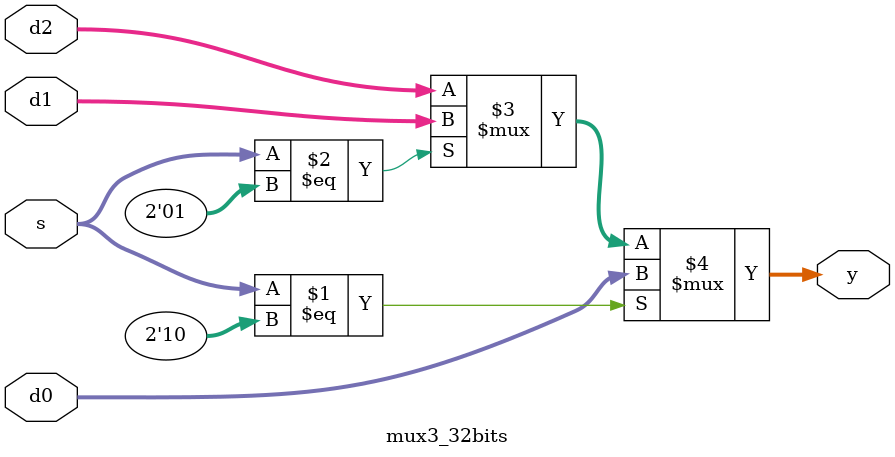
<source format=v>
module mux3_32bits(y, d0, d1, d2, s);
	input [31:0] d0, d1, d2; //input d0, d1, d2 
	input [1:0] s; 			 //selection
	output [31:0] y; 			 //output y
	
	//2'b00 : d2
	//2'b01 : d1
	//2'b10 : d0
	assign y = (s == 2'b10) ? d0 : ((s == 2'b01) ? d1 : d2);
endmodule 

</source>
